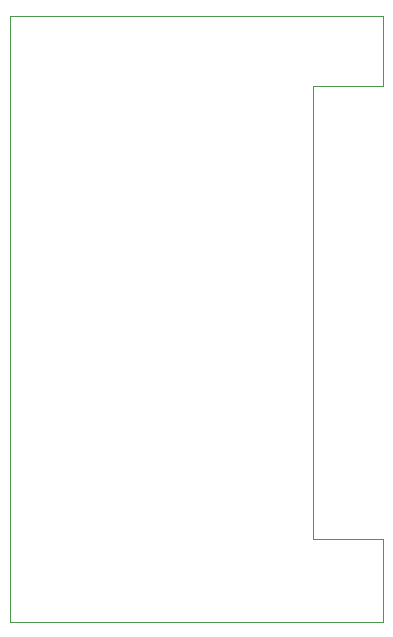
<source format=gm1>
%TF.GenerationSoftware,KiCad,Pcbnew,(5.1.7)-1*%
%TF.CreationDate,2020-12-23T17:26:38-03:00*%
%TF.ProjectId,Breadboard Power Supply,42726561-6462-46f6-9172-6420506f7765,-*%
%TF.SameCoordinates,Original*%
%TF.FileFunction,Profile,NP*%
%FSLAX46Y46*%
G04 Gerber Fmt 4.6, Leading zero omitted, Abs format (unit mm)*
G04 Created by KiCad (PCBNEW (5.1.7)-1) date 2020-12-23 17:26:38*
%MOMM*%
%LPD*%
G01*
G04 APERTURE LIST*
%TA.AperFunction,Profile*%
%ADD10C,0.050000*%
%TD*%
G04 APERTURE END LIST*
D10*
X144526000Y-63373000D02*
X112903000Y-63373000D01*
X144526000Y-69342000D02*
X144526000Y-63373000D01*
X138557000Y-69342000D02*
X144526000Y-69342000D01*
X138557000Y-107696000D02*
X138557000Y-69342000D01*
X144526000Y-107696000D02*
X138557000Y-107696000D01*
X144526000Y-114681000D02*
X144526000Y-107696000D01*
X112903000Y-114681000D02*
X144526000Y-114681000D01*
X112903000Y-63373000D02*
X112903000Y-114681000D01*
M02*

</source>
